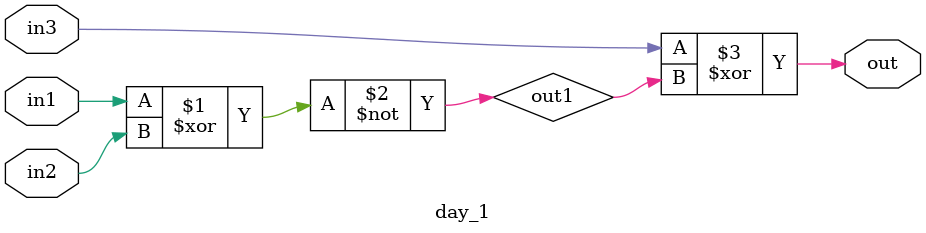
<source format=v>
`timescale 1ns / 1ps


module day_1(out,in1,in2,in3);

input in1,in2,in3;
output out;
wire out1;

assign out1=~(in1^in2);
assign out= in3^out1;
endmodule

</source>
